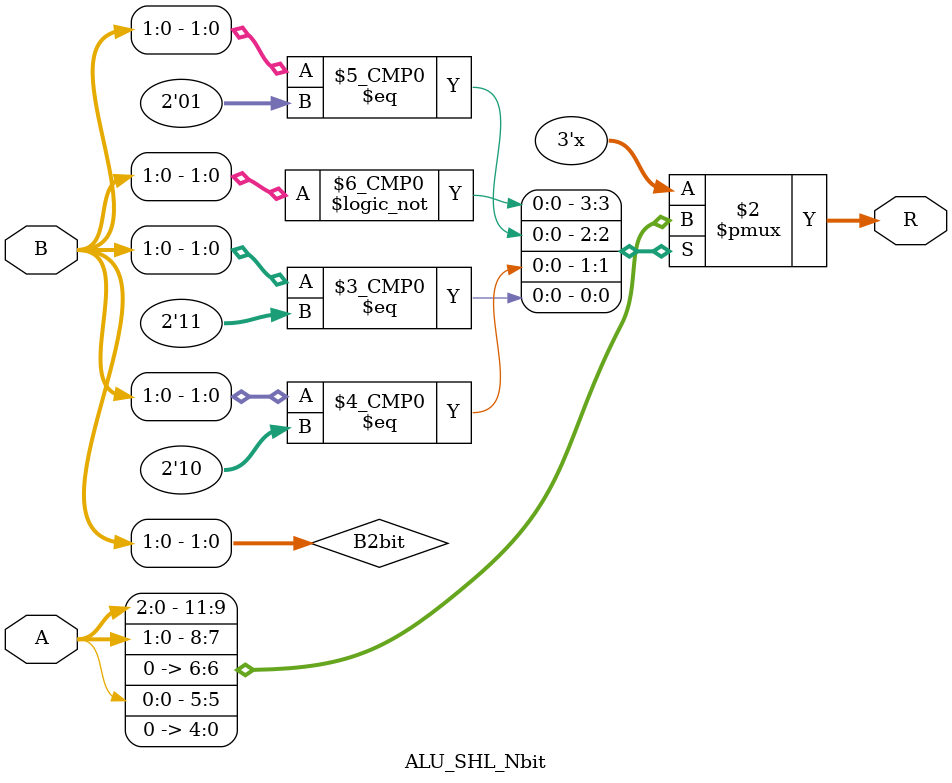
<source format=v>
module ALU_SHL_Nbit 
(
    input wire [2:0] A,B,  
    output reg [2:0] R
);

    wire [1:0] B2bit;
    assign B2bit = B[1:0];

    always @(*) begin
        case(B2bit)
            2'b00: R = A;                     // No shift
            2'b01: R = {A[2:0], 1'b0};        // Left shift by 1 bit
            2'b10: R = {A[1:0], 2'b00};       // Left shift by 2 bits
            2'b11: R = {A[0], 3'b000};        // Left shift by 3 bits
            default: R = A;                   // Default case (no shift)
        endcase
    end
    
endmodule
</source>
